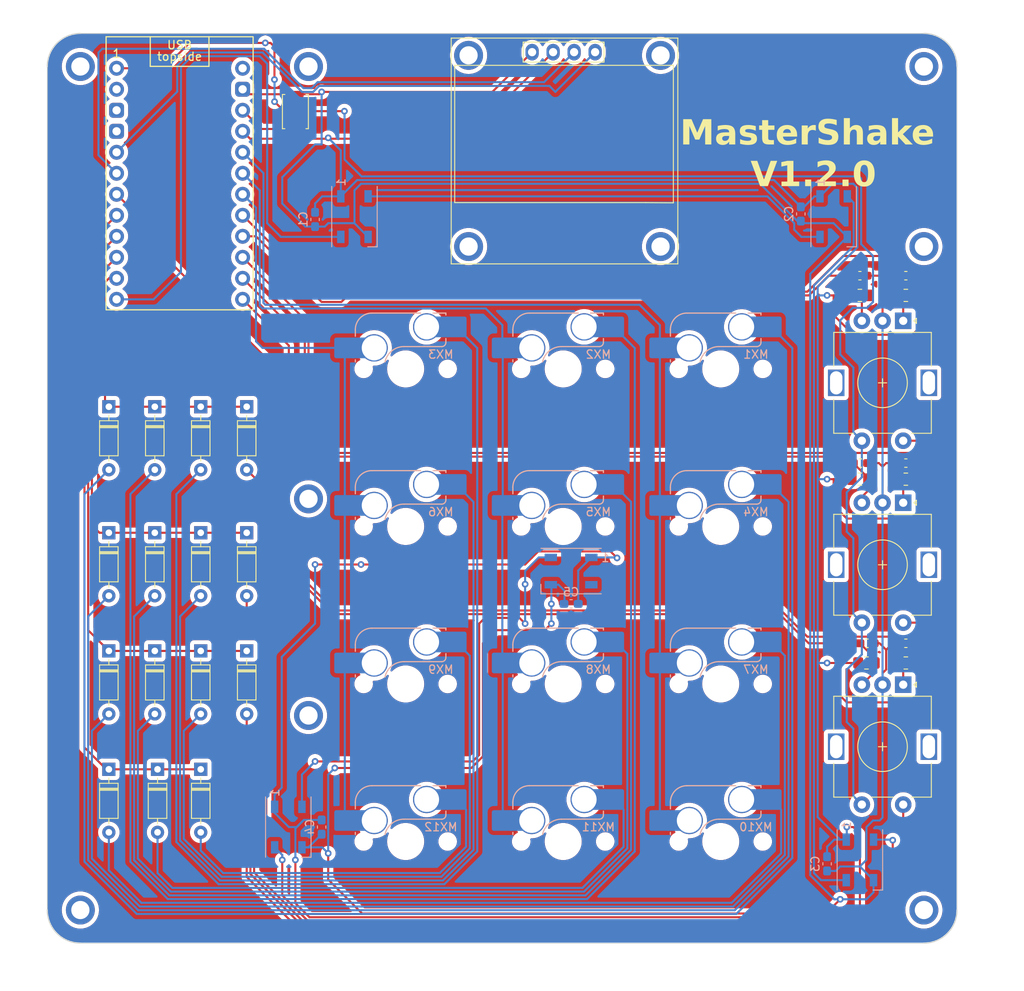
<source format=kicad_pcb>
(kicad_pcb (version 20221018) (generator pcbnew)
  (layers (0 "F.Cu" signal) (31 "B.Cu" signal) (34 "B.Paste" user) (35 "F.Paste" user) (36 "B.SilkS" user "B.Silkscreen") (37 "F.SilkS" user "F.Silkscreen") (38 "B.Mask" user) (39 "F.Mask" user) (44 "Edge.Cuts" user))
  (net 0 "")
  (net 1 "Net-(D1-A)")
  (net 2 "Net-(D2-A)")
  (net 3 "Net-(D3-A)")
  (net 4 "Net-(D4-A)")
  (net 5 "Net-(D5-A)")
  (net 6 "Net-(D6-A)")
  (net 7 "Net-(D7-A)")
  (net 8 "Net-(D8-A)")
  (net 9 "Net-(D9-A)")
  (net 10 "Net-(D10-A)")
  (net 11 "Net-(D11-A)")
  (net 14 "Net-(D16-DOUT)")
  (net 15 "ROW0")
  (net 16 "ROW1")
  (net 17 "ROW2")
  (net 18 "COL0")
  (net 19 "COL1")
  (net 20 "COL2")
  (net 21 "A0")
  (net 22 "B0")
  (net 23 "A1")
  (net 24 "B1")
  (net 25 "B2")
  (net 26 "GND")
  (net 27 "Net-(D12-A)")
  (net 28 "ROW3")
  (net 29 "A2")
  (net 30 "VCC")
  (net 31 "SCL")
  (net 32 "SDA")
  (net 33 "Net-(D13-A)")
  (net 34 "Net-(D14-A)")
  (net 35 "Net-(D15-A)")
  (net 36 "LED")
  (net 37 "Net-(D17-DOUT)")
  (net 38 "Net-(D18-DOUT)")
  (net 39 "Net-(D19-DOUT)")
  (net 40 "RST")
  (net 44 "COL3")
  (footprint "Diode_THT:D_DO-35_SOD27_P7.62mm_Horizontal" (layer "F.Cu") (at 104.44375 95.38 -90)
    (fp_text reference "D4" hide)
    (fp_text value "1N4148")
  )
  (footprint "Rotary_Encoder:RotaryEncoder_Alps_EC11E-Switch_Vertical_H20mm" (layer "F.Cu") (at 200.5 91.75 -90)
    (fp_text reference "SW2" hide)
    (fp_text value "RotaryEncoder_Switch")
  )
  (footprint "Diode_THT:D_DO-35_SOD27_P7.62mm_Horizontal" (layer "F.Cu") (at 115.55625 95.38 -90)
    (fp_text reference "D6" hide)
    (fp_text value "1N4148")
  )
  (footprint "Resistor_SMD:R_0805_2012Metric_Pad1.20x1.40mm_HandSolder" (layer "F.Cu") (at 200.81875 111.125)
    (fp_text reference "R6" hide)
    (fp_text value "R")
  )
  (footprint "Diode_THT:D_DO-35_SOD27_P7.62mm_Horizontal" (layer "F.Cu") (at 121.1125 109.6675 -90)
    (fp_text reference "D13" hide)
    (fp_text value "D")
  )
  (footprint "Resistor_SMD:R_0805_2012Metric_Pad1.20x1.40mm_HandSolder" (layer "F.Cu") (at 195.2625 88.9)
    (fp_text reference "R3" hide)
    (fp_text value "R")
  )
  (footprint "MountingHole:MountingHole_2.2mm_M2_ISO7380_Pad_TopBottom" (layer "F.Cu") (at 128.5875 39)
    (fp_text reference "H5" hide)
    (fp_text value "MountingHole")
  )
  (footprint "Rotary_Encoder:RotaryEncoder_Alps_EC11E-Switch_Vertical_H20mm" (layer "F.Cu") (at 200.5 113.75 -90)
    (fp_text reference "SW3" hide)
    (fp_text value "RotaryEncoder_Switch")
  )
  (footprint "Diode_THT:D_DO-35_SOD27_P7.62mm_Horizontal" (layer "F.Cu") (at 110.33125 123.98375 -90)
    (fp_text reference "D11" hide)
    (fp_text value "1N4148")
  )
  (footprint "Diode_THT:D_DO-35_SOD27_P7.62mm_Horizontal" (layer "F.Cu") (at 115.55625 123.98375 -90)
    (fp_text reference "D12" hide)
    (fp_text value "1N4148")
  )
  (footprint "Diode_THT:D_DO-35_SOD27_P7.62mm_Horizontal" (layer "F.Cu") (at 115.55625 109.6675 -90)
    (fp_text reference "D9" hide)
    (fp_text value "1N4148")
  )
  (footprint "Capacitor_SMD:C_0603_1608Metric_Pad1.08x0.95mm_HandSolder" (layer "F.Cu") (at 200.81875 86.95423)
    (fp_text reference "C8" hide)
    (fp_text value "C")
  )
  (footprint "Diode_THT:D_DO-35_SOD27_P7.62mm_Horizontal" (layer "F.Cu") (at 121.1125 95.38 -90)
    (fp_text reference "D14" hide)
    (fp_text value "D")
  )
  (footprint "MountingHole:MountingHole_2.2mm_M2_ISO7380_Pad_TopBottom" (layer "F.Cu") (at 128.5875 117.475)
    (fp_text reference "H7" hide)
    (fp_text value "MountingHole")
  )
  (footprint "Capacitor_SMD:C_0603_1608Metric_Pad1.08x0.95mm_HandSolder" (layer "F.Cu") (at 200.81875 64.29375 180)
    (fp_text reference "C6" hide)
    (fp_text value "C")
  )
  (footprint "Resistor_SMD:R_0805_2012Metric_Pad1.20x1.40mm_HandSolder" (layer "F.Cu") (at 195.2625 66.675)
    (fp_text reference "R1" hide)
    (fp_text value "R" hide)
  )
  (footprint "Rotary_Encoder:RotaryEncoder_Alps_EC11E-Switch_Vertical_H20mm" (layer "F.Cu") (at 200.5 69.75 -90)
    (fp_text reference "SW1" hide)
    (fp_text value "RotaryEncoder_Switch")
  )
  (footprint "MountingHole:MountingHole_2.2mm_M2_ISO7380_Pad_TopBottom" (layer "F.Cu") (at 101 39)
    (fp_text reference "H3" hide)
    (fp_text value "MountingHole")
  )
  (footprint "MountingHole:MountingHole_2.2mm_M2_ISO7380_Pad_TopBottom" (layer "F.Cu") (at 171.153689 60.772695)
    (fp_text reference "H11" hide)
    (fp_text value "MountingHole")
  )
  (footprint "Diode_THT:D_DO-35_SOD27_P7.62mm_Horizontal" (layer "F.Cu") (at 121.1125 80.14 -90)
    (fp_text reference "D15" hide)
    (fp_text value "D")
  )
  (footprint "PCM_marbastlib-xp-promicroish:ProMicro_USBup" (layer "F.Cu") (at 113 53.18125)
    (fp_text reference "U1" hide)
    (fp_text value "ProMicro")
  )
  (footprint "MountingHole:MountingHole_2.2mm_M2_ISO7380_Pad_TopBottom" (layer "F.Cu") (at 203 60.772695)
    (fp_text reference "H8" hide)
    (fp_text value "MountingHole")
  )
  (footprint "Diode_THT:D_DO-35_SOD27_P7.62mm_Horizontal" (layer "F.Cu") (at 104.44375 80.14 -90)
    (fp_text reference "D1" hide)
    (fp_text value "1N4148")
  )
  (footprint "MountingHole:MountingHole_2.2mm_M2_ISO7380_Pad_TopBottom" (layer "F.Cu") (at 203 39)
    (fp_text reference "H1" hide)
    (fp_text value "MountingHole")
  )
  (footprint "MountingHole:MountingHole_2.2mm_M2_ISO7380_Pad_TopBottom" (layer "F.Cu") (at 147.947592 60.77248)
    (fp_text reference "H12" hide)
    (fp_text value "MountingHole")
  )
  (footprint "Button_Switch_SMD:SW_Push_SPST_NO_Alps_SKRK" (layer "F.Cu") (at 127 44.45 90)
    (fp_text reference "SW4" hide)
    (fp_text value "SW_Push")
  )
  (footprint "Capacitor_SMD:C_0603_1608Metric_Pad1.08x0.95mm_HandSolder" (layer "F.Cu") (at 200.81875 108.74375 180)
    (fp_text reference "C10" hide)
    (fp_text value "C")
  )
  (footprint "Diode_THT:D_DO-35_SOD27_P7.62mm_Horizontal" (layer "F.Cu") (at 110 80.14 -90)
    (fp_text reference "D2" hide)
    (fp_text value "1N4148")
  )
  (footprint "MountingHole:MountingHole_2.2mm_M2_ISO7380_Pad_TopBottom" (layer "F.Cu") (at 171.158857 37.656395)
    (fp_text reference "H10" hide)
    (fp_text value "MountingHole")
  )
  (footprint "Diode_THT:D_DO-35_SOD27_P7.62mm_Horizontal" (layer "F.Cu") (at 110 95.38 -90)
    (fp_text reference "D5" hide)
    (fp_text value "1N4148")
  )
  (footprint "Diode_THT:D_DO-35_SOD27_P7.62mm_Horizontal" (layer "F.Cu") (at 115.55625 80.14 -90)
    (fp_text reference "D3" hide)
    (fp_text value "1N4148")
  )
  (footprint "Diode_THT:D_DO-35_SOD27_P7.62mm_Horizontal" (layer "F.Cu") (at 104.44375 109.6675 -90)
    (fp_text reference "D7" hide)
    (fp_text value "1N4148")
  )
  (footprint "MountingHole:MountingHole_2.2mm_M2_ISO7380_Pad_TopBottom" (layer "F.Cu") (at 101 141)
    (fp_text reference "H4" hide)
    (fp_text value "MountingHole")
  )
  (footprint "Diode_THT:D_DO-35_SOD27_P7.62mm_Horizontal" (layer "F.Cu") (at 104.44375 123.98375 -90)
    (fp_text reference "D10" hide)
    (fp_text value "1N4148")
  )
  (footprint "MountingHole:MountingHole_2.2mm_M2_ISO7380_Pad_TopBottom" (layer "F.Cu") (at 147.943149 37.649935)
    (fp_text reference "H9" hide)
    (fp_text value "MountingHole")
  )
  (footprint "Capacitor_SMD:C_0603_1608Metric_Pad1.08x0.95mm_HandSolder" (layer "F.Cu") (at 195.327358 86.95423)
    (fp_text reference "C9" hide)
    (fp_text value "C")
  )
  (footprint "Diode_THT:D_DO-35_SOD27_P7.62mm_Horizontal" (layer "F.Cu") (at 110 109.6675 -90)
    (fp_text reference "D8" hide)
    (fp_text value "1N4148")
  )
  (footprint "Capacitor_SMD:C_0603_1608Metric_Pad1.08x0.95mm_HandSolder" (layer "F.Cu") (at 195.2625 64.29375)
    (fp_text reference "C7" hide)
    (fp_text value "C")
  )
  (footprint "Resistor_SMD:R_0805_2012Metric_Pad1.20x1.40mm_HandSolder" (layer "F.Cu") (at 200.81875 88.9 180)
    (fp_text reference "R4" hide)
    (fp_text value "R")
  )
  (footprint "SSD1306:128x64OLED" (layer "F.Cu") (at 159.24375 47.8625)
    (fp_text reference "Brd1" hide)
    (fp_text value "SSD1306")
  )
  (footprint "Resistor_SMD:R_0805_2012Metric_Pad1.20x1.40mm_HandSolder" (layer "F.Cu") (at 200.81875 66.675)
    (fp_text reference "R2" hide)
    (fp_text value "R" hide)
  )
  (footprint "Resistor_SMD:R_0805_2012Metric_Pad1.20x1.40mm_HandSolder" (layer "F.Cu") (at 196.05625 111.125)
    (fp_text reference "R5" hide)
    (fp_text value "R")
  )
  (footprint "Capacitor_SMD:C_0603_1608Metric_Pad1.08x0.95mm_HandSolder" (layer "F.Cu") (at 196.125 108.74375)
    (fp_text reference "C11" hide)
    (fp_text value "C")
  )
  (footprint "MountingHole:MountingHole_2.2mm_M2_ISO7380_Pad_TopBottom" (layer "F.Cu") (at 128.5875 91.28125)
    (fp_text reference "H6" hide)
    (fp_text value "MountingHole")
  )
  (footprint "MountingHole:MountingHole_2.2mm_M2_ISO7380_Pad_TopBottom" (layer "F.Cu") (at 203 141)
    (fp_text reference "H2" hide)
    (fp_text value "MountingHole")
  )
  (footprint "PCM_marbastlib-mx:SW_MX_HS_1u" (layer "B.Cu") (at 140.335 132.715 180)
    (fp_text reference "MX12")
    (fp_text value "MX_SW_HS" hide)
  )
  (footprint "Capacitor_SMD:C_0603_1608Metric_Pad1.08x0.95mm_HandSolder" (layer "B.Cu") (at 188.11875 56.83 -90)
    (fp_text reference "C2")
    (fp_text value "C")
  )
  (footprint "LED_SMD:LED_WS2812B_PLCC4_5.0x5.0mm_P3.2mm" (layer "B.Cu") (at 160.3375 100.0125 180)
    (fp_text reference "D20" hide)
    (fp_text value "WS2812B")
  )
  (footprint "PCM_marbastlib-mx:SW_MX_HS_1u" (layer "B.Cu") (at 159.385 94.615 180)
    (fp_text reference "MX5")
    (fp_text value "MX_SW_HS" hide)
  )
  (footprint "PCM_marbastlib-mx:SW_MX_HS_1u" (layer "B.Cu") (at 140.335 94.615 180)
    (fp_text reference "MX6")
    (fp_text value "MX_SW_HS" hide)
  )
  (footprint "Capacitor_SMD:C_0603_1608Metric_Pad1.08x0.95mm_HandSolder" (layer "B.Cu") (at 160.3375 103.98125 180)
    (fp_text reference "C5")
    (fp_text value "C")
  )
  (footprint "PCM_marbastlib-mx:SW_MX_HS_1u" (layer "B.Cu") (at 140.335 113.665 180)
    (fp_text reference "MX9")
    (fp_text value "MX_SW_HS" hide)
  )
  (footprint "PCM_marbastlib-mx:SW_MX_HS_1u" (layer "B.Cu") (at 178.435 75.565 180)
    (fp_text reference "MX1")
    (fp_text value "MX_SW_HS" hide)
  )
  (footprint "PCM_marbastlib-mx:SW_MX_HS_1u" (layer "B.Cu") (at 159.385 75.565 180)
    (fp_text reference "MX2")
    (fp_text value "MX_SW_HS" hide)
  )
  (footprint "LED_SMD:LED_WS2812B_PLCC4_5.0x5.0mm_P3.2mm" (layer "B.Cu") (at 195.2625 134.9375 -90)
    (fp_text reference "D18" hide)
    (fp_text value "WS2812B")
  )
  (footprint "PCM_marbastlib-mx:SW_MX_HS_1u" (layer "B.Cu") (at 159.385 113.665 180)
    (fp_text reference "MX8")
    (fp_text value "MX_SW_HS" hide)
  )
  (footprint "PCM_marbastlib-mx:SW_MX_HS_1u" (layer "B.Cu") (at 178.435 132.715 180)
    (fp_text reference "MX10")
    (fp_text value "MX_SW_HS" hide)
  )
  (footprint "PCM_marbastlib-mx:SW_MX_HS_1u" (layer "B.Cu") (at 159.385 132.715 180)
    (fp_text reference "MX11")
    (fp_text value "MX_SW_HS" hide)
  )
  (footprint "LED_SMD:LED_WS2812B_PLCC4_5.0x5.0mm_P3.2mm" (layer "B.Cu") (at 134.14375 57.15 -90)
    (fp_text reference "D16" hide)
    (fp_text value "WS2812B")
  )
  (footprint "PCM_marbastlib-mx:SW_MX_HS_1u" (layer "B.Cu") (at 178.435 94.615 180)
    (fp_text reference "MX4")
    (fp_text value "MX_SW_HS" hide)
  )
  (footprint "Capacitor_SMD:C_0603_1608Metric_Pad1.08x0.95mm_HandSolder" (layer "B.Cu") (at 129.38125 57.495 -90)
    (fp_text reference "C1")
    (fp_text value "C")
  )
  (footprint "PCM_marbastlib-mx:SW_MX_HS_1u" (layer "B.Cu") (at 178.435 113.665 180)
    (fp_text reference "MX7")
    (fp_text value "MX_SW_HS" hide)
  )
  (footprint "LED_SMD:LED_WS2812B_PLCC4_5.0x5.0mm_P3.2mm" (layer "B.Cu") (at 126.14375 130.96875 -90)
    (fp_text reference "D19" hide)
    (fp_text value "WS2812B" hide)
  )
  (footprint "LED_SMD:LED_WS2812B_PLCC4_5.0x5.0mm_P3.2mm" (layer "B.Cu") (at 192.0875 57.15 -90)
    (fp_text reference "D17" hide)
    (fp_text value "WS2812B")
  )
  (footprint "Capacitor_SMD:C_0603_1608Metric_Pad1.08x0.95mm_HandSolder" (layer "B.Cu") (at 191.29375 135.41125 -90)
    (fp_text reference "C3")
    (fp_text value "C")
  )
  (footprint "Capacitor_SMD:C_0603_1608Metric_Pad1.08x0.95mm_HandSolder" (layer "B.Cu") (at 130.175 130.96875 -90)
    (fp_text reference "C4")
    (fp_text value "C")
  )
  (footprint "PCM_marbastlib-mx:SW_MX_HS_1u" (layer "B.Cu") (at 140.335 75.565 180)
    (fp_text reference "MX3")
    (fp_text value "MX_SW_HS" hide)
  )
  (gr_line (start 203 35) (end 101 35) (stroke (width 0.1)) (layer "Edge.Cuts"))
  (gr_arc (start 203 35) (mid 205.828427 36.171573) (end 207 39) (stroke (width 0.15)) (layer "Edge.Cuts"))
  (gr_line (start 101 145) (end 203 145) (stroke (width 0.1)) (layer "Edge.Cuts"))
  (gr_line (start 207 141) (end 207 39) (stroke (width 0.1)) (layer "Edge.Cuts"))
  (gr_arc (start 207 141) (mid 205.828427 143.828427) (end 203 145) (stroke (width 0.15)) (layer "Edge.Cuts"))
  (gr_arc (start 101 145) (mid 98.171573 143.828427) (end 97 141) (stroke (width 0.15)) (layer "Edge.Cuts"))
  (gr_line (start 97 39) (end 97 141) (stroke (width 0.1)) (layer "Edge.Cuts"))
  (gr_arc (start 97 39) (mid 98.171573 36.171573) (end 101 35) (stroke (width 0.15)) (layer "Edge.Cuts"))
  (gr_text "MasterShake\n V1.2.0" (at 188.9125 53.975) (layer "F.SilkS") (effects (font (size 3 3) (thickness 0.2) bold) (justify bottom)))
  (segment (start 187.0875 134.702938) (end 180.315438 141.475) (width 0.25) (layer "B.Cu") (net 1))
  (segment (start 180.315438 141.475) (end 107.815812 141.475) (width 0.25) (layer "B.Cu") (net 1))
  (segment (start 101.49375 90.71) (end 104.44375 87.76) (width 0.25) (layer "B.Cu") (net 1))
  (segment (start 187.0875 73.0475) (end 187.0875 134.702938) (width 0.25) (layer "B.Cu") (net 1))
  (segment (start 101.49375 135.152938) (end 101.49375 90.71) (width 0.25) (layer "B.Cu") (net 1))
  (segment (start 184.525 70.485) (end 187.0875 73.0475) (width 0.25) (layer "B.Cu") (net 1))
  (segment (start 107.815812 141.475) (end 101.49375 135.152938) (width 0.25) (layer "B.Cu") (net 1))
  (segment (start 107.05 90.71) (end 110 87.76) (width 0.25) (layer "B.Cu") (net 2))
  (segment (start 111.572062 139.675) (end 107.05 135.152938) (width 0.25) (layer "B.Cu") (net 2))
  (segment (start 107.05 135.152938) (end 107.05 90.71) (width 0.25) (layer "B.Cu") (net 2))
  (segment (start 162.271688 139.675) (end 111.572062 139.675) (width 0.25) (layer "B.Cu") (net 2))
  (segment (start 168.0375 73.0475) (end 168.0375 133.909188) (width 0.25) (layer "B.Cu") (net 2))
  (segment (start 165.475 70.485) (end 168.0375 73.0475) (width 0.25) (layer "B.Cu") (net 2))
  (segment (start 168.0375 133.909188) (end 162.271688 139.675) (width 0.25) (layer "B.Cu") (net 2))
  (segment (start 146.425 70.485) (end 148.9875 73.0475) (width 0.25) (layer "B.Cu") (net 3))
  (segment (start 148.9875 73.0475) (end 148.9875 133.909188) (width 0.25) (layer "B.Cu") (net 3))
  (segment (start 117.709562 137.875) (end 112.60625 132.771688) (width 0.25) (layer "B.Cu") (net 3))
  (segment (start 148.9875 133.909188) (end 145.021688 137.875) (width 0.25) (layer "B.Cu") (net 3))
  (segment (start 112.60625 132.771688) (end 112.60625 90.71) (width 0.25) (layer "B.Cu") (net 3))
  (segment (start 145.021688 137.875) (end 117.709562 137.875) (width 0.25) (layer "B.Cu") (net 3))
  (segment (start 112.60625 90.71) (end 115.55625 87.76) (width 0.25) (layer "B.Cu") (net 3))
  (segment (start 101.94375 105.5) (end 104.44375 103) (width 0.25) (layer "B.Cu") (net 4))
  (segment (start 184.525 89.535) (end 186.6375 91.6475) (width 0.25) (layer "B.Cu") (net 4))
  (segment (start 108.002208 141.025) (end 101.94375 134.966542) (width 0.25) (layer "B.Cu") (net 4))
  (segment (start 101.94375 134.966542) (end 101.94375 105.5) (width 0.25) (layer "B.Cu") (net 4))
  (segment (start 186.6375 134.516542) (end 180.129042 141.025) (width 0.25) (layer "B.Cu") (net 4))
  (segment (start 186.6375 91.6475) (end 186.6375 134.516542) (width 0.25) (layer "B.Cu") (net 4))
  (segment (start 180.129042 141.025) (end 108.002208 141.025) (width 0.25) (layer "B.Cu") (net 4))
  (segment (start 167.5875 133.722792) (end 162.085292 139.225) (width 0.25) (layer "B.Cu") (net 5))
  (segment (start 162.085292 139.225) (end 111.758458 139.225) (width 0.25) (layer "B.Cu") (net 5))
  (segment (start 165.475 89.535) (end 167.5875 91.6475) (width 0.25) (layer "B.Cu") (net 5))
  (segment (start 107.5 105.5) (end 110 103) (width 0.25) (layer "B.Cu") (net 5))
  (segment (start 111.758458 139.225) (end 107.5 134.966542) (width 0.25) (layer "B.Cu") (net 5))
  (segment (start 167.5875 91.6475) (end 167.5875 133.722792) (width 0.25) (layer "B.Cu") (net 5))
  (segment (start 107.5 134.966542) (end 107.5 105.5) (width 0.25) (layer "B.Cu") (net 5))
  (segment (start 144.835292 137.425) (end 117.895958 137.425) (width 0.25) (layer "B.Cu") (net 6))
  (segment (start 117.895958 137.425) (end 113.05625 132.585292) (width 0.25) (layer "B.Cu") (net 6))
  (segment (start 148.5375 91.6475) (end 148.5375 133.722792) (width 0.25) (layer "B.Cu") (net 6))
  (segment (start 146.425 89.535) (end 148.5375 91.6475) (width 0.25) (layer "B.Cu") (net 6))
  (segment (start 113.05625 105.5) (end 115.55625 103) (width 0.25) (layer "B.Cu") (net 6))
  (segment (start 113.05625 132.585292) (end 113.05625 105.5) (width 0.25) (layer "B.Cu") (net 6))
  (segment (start 148.5375 133.722792) (end 144.835292 137.425) (width 0.25) (layer "B.Cu") (net 6))
  (segment (start 186.1875 134.330146) (end 179.942646 140.575) (width 0.25) (layer "B.Cu") (net 7))
  (segment (start 102.39375 134.780146) (end 102.39375 119.3375) (width 0.25) (layer "B.Cu") (net 7))
  (segment (start 179.942646 140.575) (end 108.188604 140.575) (width 0.25) (layer "B.Cu") (net 7))
  (segment (start 102.39375 119.3375) (end 104.44375 117.2875) (width 0.25) (layer "B.Cu") (net 7))
  (segment (start 186.1875 110.2475) (end 186.1875 134.330146) (width 0.25) (layer "B.Cu") (net 7))
  (segment (start 108.188604 140.575) (end 102.39375 134.780146) (width 0.25) (layer "B.Cu") (net 7))
  (segment (start 184.525 108.585) (end 186.1875 110.2475) (width 0.25) (layer "B.Cu") (net 7))
  (segment (start 107.95 134.780146) (end 107.95 119.3375) (width 0.25) (layer "B.Cu") (net 8))
  (segment (start 161.898896 138.775) (end 111.944854 138.775) (width 0.25) (layer "B.Cu") (net 8))
  (segment (start 111.944854 138.775) (end 107.95 134.780146) (width 0.25) (layer "B.Cu") (net 8))
  (segment (start 167.1375 133.536396) (end 161.898896 138.775) (width 0.25) (layer "B.Cu") (net 8))
  (segment (start 167.1375 110.025673) (end 167.1375 133.536396) (width 0.25) (layer "B.Cu") (net 8))
  (segment (start 165.475 108.585) (end 165.696827 108.585) (width 0.25) (layer "B.Cu") (net 8))
  (segment (start 107.95 119.3375) (end 110 117.2875) (width 0.25) (layer "B.Cu") (net 8))
  (segment (start 165.696827 108.585) (end 167.1375 110.025673) (width 0.25) (layer "B.Cu") (net 8))
  (segment (start 148.0875 110.2475) (end 148.0875 133.536396) (width 0.25) (layer "B.Cu") (net 9))
  (segment (start 118.082354 136.975) (end 113.50625 132.398896) (width 0.25) (layer "B.Cu") (net 9))
  (segment (start 113.50625 132.398896) (end 113.50625 119.3375) (width 0.25) (layer "B.Cu") (net 9))
  (segment (start 148.0875 133.536396) (end 144.648896 136.975) (width 0.25) (layer "B.Cu") (net 9))
  (segment (start 146.425 108.585) (end 148.0875 110.2475) (width 0.25) (layer "B.Cu") (net 9))
  (segment (start 144.648896 136.975) (end 118.082354 136.975) (width 0.25) (layer "B.Cu") (net 9))
  (segment (start 113.50625 119.3375) (end 115.55625 117.2875) (width 0.25) (layer "B.Cu") (net 9))
  (segment (start 185.7375 134.14375) (end 179.75625 140.125) (width 0.25) (layer "B.Cu") (net 10))
  (segment (start 185.7375 128.8475) (end 185.7375 134.14375) (width 0.25) (layer "B.Cu") (net 10))
  (segment (start 108.375 140.125) (end 104.44375 136.19375) (width 0.25) (layer "B.Cu") (net 10))
  (segment (start 184.525 127.635) (end 185.7375 128.8475) (width 0.25) (layer "B.Cu") (net 10))
  (segment (start 104.44375 136.19375) (end 104.44375 131.60375) (width 0.25) (layer "B.Cu") (net 10))
  (segment (start 179.75625 140.125) (end 108.375 140.125) (width 0.25) (layer "B.Cu") (net 10))
  (segment (start 166.6875 128.8475) (end 166.6875 133.35) (width 0.25) (layer "B.Cu") (net 11))
  (segment (start 165.475 127.635) (end 166.6875 128.8475) (width 0.25) (layer "B.Cu") (net 11))
  (segment (start 166.6875 133.35) (end 161.7125 138.325) (width 0.25) (layer "B.Cu") (net 11))
  (segment (start 112.13125 138.325) (end 110.33125 136.525) (width 0.25) (layer "B.Cu") (net 11))
  (segment (start 161.7125 138.325) (end 112.13125 138.325) (width 0.25) (layer "B.Cu") (net 11))
  (segment (start 110.33125 136.525) (end 110.33125 131.60375) (width 0.25) (layer "B.Cu") (net 11))
  (segment (start 184.08125 54.7) (end 187.31875 57.9375) (width 0.25) (layer "B.Cu") (net 14))
  (segment (start 187.31875 58.73125) (end 188.1875 59.6) (width 0.25) (layer "B.Cu") (net 14))
  (segment (start 187.31875 57.9375) (end 187.31875 58.73125) (width 0.25) (layer "B.Cu") (net 14))
  (segment (start 135.79375 54.7) (end 184.08125 54.7) (width 0.25) (layer "B.Cu") (net 14))
  (segment (start 188.1875 59.6) (end 190.4375 59.6) (width 0.25) (layer "B.Cu") (net 14))
  (segment (start 105.38 64.61125) (end 104.4575 64.61125) (width 0.25) (layer "F.Cu") (net 15))
  (segment (start 104.4575 64.61125) (end 103.98125 65.0875) (width 0.25) (layer "F.Cu") (net 15))
  (segment (start 103.98125 79.6775) (end 103.98125 65.0875) (width 0.25) (layer "F.Cu") (net 15))
  (segment (start 121.1125 80.14) (end 115.55625 80.14) (width 0.25) (layer "F.Cu") (net 15))
  (segment (start 104.44375 80.14) (end 103.98125 79.6775) (width 0.25) (layer "F.Cu") (net 15))
  (segment (start 110 80.14) (end 104.44375 80.14) (width 0.25) (layer "F.Cu") (net 15))
  (segment (start 115.55625 80.14) (end 110 80.14) (width 0.25) (layer "F.Cu") (net 15))
  (segment (start 105.38 62.07125) (end 103.53125 63.92) (width 0.25) (layer "F.Cu") (net 16))
  (segment (start 121.1125 95.38) (end 115.55625 95.38) (width 0.25) (layer "F.Cu") (net 16))
  (segment (start 103.53125 78.2375) (end 103.53125 64.29375) (width 0.25) (layer "F.Cu") (net 16))
  (segment (start 110 95.38) (end 104.44375 95.38) (width 0.25) (layer "F.Cu") (net 16))
  (segment (start 115.55625 95.38) (end 110 95.38) (width 0.25) (layer "F.Cu") (net 16))
  (segment (start 102.39375 94.45625) (end 102.39375 79.375) (width 0.25) (layer "F.Cu") (net 16))
  (segment (start 104.44375 95.38) (end 103.3175 95.38) (width 0.25) (layer "F.Cu") (net 16))
  (segment (start 103.3175 95.38) (end 102.39375 94.45625) (width 0.25) (layer "F.Cu") (net 16))
  (segment (start 103.53125 63.92) (end 103.53125 64.29375) (width 0.25) (layer "F.Cu") (net 16))
  (segment (start 102.39375 79.375) (end 103.53125 78.2375) (width 0.25) (layer "F.Cu") (net 16))
  (segment (start 105.38 59.53125) (end 103.08125 61.83) (width 0.25) (layer "F.Cu") (net 17))
  (segment (start 110 109.6675) (end 104.44375 109.6675) (width 0.25) (layer "F.Cu") (net 17))
  (segment (start 103.08125 61.83) (end 103.08125 62.70625) (width 0.25) (layer "F.Cu") (net 17))
  (segment (start 104.44375 109.6675) (end 101.94375 107.1675) (width 0.25) (layer "F.Cu") (net 17))
  (segment (start 115.55625 109.6675) (end 110 109.6675) (width 0.25) (layer "F.Cu") (net 17))
  (segment (start 121.1125 109.6675) (end 115.55625 109.6675) (width 0.25) (layer "F.Cu") (net 17))
  (segment (start 101.94375 107.1675) (end 101.94375 78.925) (width 0.25) (layer "F.Cu") (net 17))
  (segment (start 103.08125 77.7875) (end 103.08125 62.70625) (width 0.25) (layer "F.Cu") (net 17))
  (segment (start 101.94375 78.925) (end 103.08125 77.7875) (width 0.25) (layer "F.Cu") (net 17))
  (segment (start 123.1375 67.575) (end 123.1375 51.88875) (width 0.25) (layer "B.Cu") (net 18))
  (segment (start 171.075 73.025) (end 171.075 92.075) (width 0.25) (layer "B.Cu") (net 18))
  (segment (start 171.075 73.025) (end 171.075 70.26875) (width 0.25) (layer "B.Cu") (net 18))
  (segment (start 123.375 67.8125) (end 123.1375 67.575) (width 0.25) (layer "B.Cu") (net 18))
  (segment (start 168.61875 67.8125) (end 123.375 67.8125) (width 0.25) (layer "B.Cu") (net 18))
  (segment (start 171.075 92.075) (end 171.075 111.125) (width 0.25) (layer "B.Cu") (net 18))
  (segment (start 171.075 70.26875) (end 168.61875 67.8125) (width 0.25) (layer "B.Cu") (net 18))
  (segment (start 123.1375 51.88875) (end 120.62 49.37125) (width 0.25) (layer "B.Cu") (net 18))
  (segment (start 171.075 111.125) (end 171.075 130.175) (width 0.25) (layer "B.Cu") (net 18))
  (segment (start 152.025 92.075) (end 152.025 111.125) (width 0.25) (layer "B.Cu") (net 19))
  (segment (start 122.6875 67.91875) (end 122.6875 53.97875) (width 0.25) (layer "B.Cu") (net 19))
  (segment (start 152.025 111.125) (end 152.075 111.175) (width 0.25) (layer "B.Cu") (net 19))
  (segment (start 152.075 92.025) (end 152.025 92.075) (width 0.25) (layer "B.Cu") (net 19))
  (segment (start 152.075 111.175) (end 152.075 130.125) (width 0.25) (layer "B.Cu") (net 19))
  (segment (start 152.075 73.075) (end 152.075 92.025) (width 0.25) (layer "B.Cu") (net 19))
  (segment (start 152.025 73.025) (end 152.075 73.075) (width 0.25) (layer "B.Cu") (net 19))
  (segment (start 150.01875 68.2625) (end 123.03125 68.2625) (width 0.25) (layer "B.Cu") (net 19))
  (segment (start 123.03125 68.2625) (end 122.6875 67.91875) (width 0.25) (layer "B.Cu") (net 19))
  (segment (start 152.075 130.125) (end 152.025 130.175) (width 0.25) (layer "B.Cu") (net 19))
  (segment (start 152.025 73.025) (end 152.025 70.26875) (width 0.25) (layer "B.Cu") (net 19))
  (segment (start 152.025 70.26875) (end 150.01875 68.2625) (width 0.25) (layer "B.Cu") (net 19))
  (segment (start 122.6875 53.97875) (end 120.62 51.91125) (width 0.25) (layer "B.Cu") (net 19))
  (segment (start 132.975 73.025) (end 132.975 92.075) (width 0.25) (layer "B.Cu") (net 20))
  (segment (start 132.975 73.025) (end 123.03125 73.025) (width 0.25) (layer "B.Cu") (net 20))
  (segment (start 123.03125 73.025) (end 122.2375 72.23125) (width 0.25) (layer "B.Cu") (net 20))
  (segment (start 132.975 111.125) (end 132.975 130.175) (width 0.25) (layer "B.Cu") (net 20))
  (segment (start 132.975 92.075) (end 132.975 111.125) (width 0.25) (layer "B.Cu") (net 20))
  (segment (start 122.2375 72.23125) (end 122.2375 56.06875) (width 0.25) (layer "B.Cu") (net 20))
  (segment (start 122.2375 56.06875) (end 120.62 54.45125) (width 0.25) (layer "B.Cu") (net 20))
  (segment (start 132.369854 67.01875) (end 130.6475 67.01875) (width 0.25) (layer "F.Cu") (net 21))
  (segment (start 199.81875 66.675) (end 199.81875 66.15625) (width 0.25) (layer "F.Cu") (net 21))
  (segment (start 199.81875 66.15625) (end 201.68125 64.29375) (width 0.25) (layer "F.Cu") (net 21))
  (segment (start 199.3 61.9125) (end 193.225 61.9125) (width 0.25) (layer "F.Cu") (net 21))
  (segment (start 201.68125 64.29375) (end 199.3 61.9125) (width 0.25) (layer "F.Cu") (net 21))
  (segment (start 200.5 69.75) (end 200.5 67.35625) (width 0.25) (layer "F.Cu") (net 21))
  (segment (start 193.225 61.9125) (end 188.9125 66.225) (width 0.25) (layer "F.Cu") (net 21))
  (segment (start 133.163604 66.225) (end 132.369854 67.01875) (width 0.25) (layer "F.Cu") (net 21))
  (segment (start 130.6475 67.01875) (end 120.62 56.99125) (width 0.25) (layer "F.Cu") (net 21))
  (segment (start 188.9125 66.225) (end 133.163604 66.225) (width 0.25) (layer "F.Cu") (net 21))
  (segment (start 200.5 67.35625) (end 199.81875 66.675) (width 0.25) (layer "F.Cu") (net 21))
  (segment (start 196.2625 66.675) (end 196.05625 66.675) (width 0.25) (layer "F.Cu") (net 22))
  (segment (start 194.2625 64.43125) (end 194.4 64.29375) (width 0.25) (layer "F.Cu") (net 22))
  (segment (start 195.5 69.75) (end 195.5 67.4375) (width 0.25) (layer "F.Cu") (net 22))
  (segment (start 196.05625 66.675) (end 194.4 65.01875) (width 0.25) (layer "F.Cu") (net 22))
  (segment (start 188.9125 66.675) (end 133.35 66.675) (width 0.25) (layer "F.Cu") (net 22))
  (segment (start 189.098896 66.675) (end 188.9125 66.675) (width 0.25) (layer "F.Cu") (net 22))
  (segment (start 195.5 67.4375) (end 196.2625 66.675) (width 0.25) (layer "F.Cu") (net 22))
  (segment (start 122.2375 59.53125) (end 120.62 59.53125) (width 0.25) (layer "F.Cu") (net 22))
  (segment (start 195.5 69.75) (end 195.1625 69.75) (width 0.25) (layer "F.Cu") (net 22))
  (segment (start 133.35 66.675) (end 132.55625 67.46875) (width 0.25) (layer "F.Cu") (net 22))
  (segment (start 191.480146 64.29375) (end 190.990073 64.783823) (width 0.25) (layer "F.Cu") (net 22))
  (segment (start 194.4 65.01875) (end 194.4 64.29375) (width 0.25) (layer "F.Cu") (net 22))
  (segment (start 130.175 67.46875) (end 122.2375 59.53125) (width 0.25) (layer "F.Cu") (net 22))
  (segment (start 190.990073 64.783823) (end 189.098896 66.675) (width 0.25) (layer "F.Cu") (net 22))
  (segment (start 132.55625 67.46875) (end 130.175 67.46875) (width 0.25) (layer "F.Cu") (net 22))
  (segment (start 194.4 64.29375) (end 191.480146 64.29375) (width 0.25) (layer "F.Cu") (net 22))
  (segment (start 201.68125 87.0375) (end 201.68125 86.95423) (width 0.25) (layer "F.Cu") (net 23))
  (segment (start 199.81875 88.9) (end 200.5 89.58125) (width 0.25) (layer "F.Cu") (net 23))
  (segment (start 201.68125 85.79375) (end 201.6125 85.725) (width 0.25) (layer "F.Cu") (net 23))
  (segment (start 130.96875 85.725) (end 128.5875 83.34375) (width 0.25) (layer "F.Cu") (net 23))
  (segment (start 199.81875 88.9) (end 201.68125 87.0375) (width 0.25) (layer "F.Cu") (net 23))
  (segment (start 201.6125 85.725) (end 130.96875 85.725) (width 0.25) (layer "F.Cu") (net 23))
  (segment (start 200.5 89.58125) (end 200.5 91.75) (width 0.25) (layer "F.Cu") (net 23))
  (segment (start 128.5875 70.03875) (end 120.62 62.07125) (width 0.25) (layer "F.Cu") (net 23))
  (segment (start 128.5875 83.34375) (end 128.5875 70.03875) (width 0.25) (layer "F.Cu") (net 23))
  (segment (start 201.68125 86.95423) (end 201.68125 85.79375) (width 0.25) (layer "F.Cu") (net 23))
  (segment (start 193.685628 86.175) (end 130.782354 86.175) (width 0.25) (layer "F.Cu") (net 24))
  (segment (start 128.1375 83.530146) (end 128.1375 72.12875) (width 0.25) (layer "F.Cu") (net 24))
  (segment (start 196.2625 88.751872) (end 194.464858 86.95423) (width 0.25) (layer "F.Cu") (net 24))
  (segment (start 194.2625 87.156588) (end 194.464858 86.95423) (width 0.25) (layer "F.Cu") (net 24))
  (segment (start 194.464858 86.95423) (end 193.685628 86.175) (width 0.25) (layer "F.Cu") (net 24))
  (segment (start 195.5 91.04375) (end 196.2625 90.28125) (width 0.25) (layer "F.Cu") (net 24))
  (segment (start 128.1375 72.12875) (end 120.62 64.61125) (width 0.25) (layer "F.Cu") (net 24))
  (segment (start 196.2625 90.28125) (end 196.2625 88.9) (width 0.25) (layer "F.Cu") (net 24))
  (segment (start 196.2625 88.9) (end 196.2625 88.751872) (width 0.25) (layer "F.Cu") (net 24))
  (segment (start 195.5 91.75) (end 195.5 91.04375) (width 0.25) (layer "F.Cu") (net 24))
  (segment (start 130.782354 86.175) (end 128.1375 83.530146) (width 0.25) (layer "F.Cu") (net 24))
  (segment (start 195.2625 108.74375) (end 194.91875 108.4) (width 0.25) (layer "F.Cu") (net 25))
  (segment (start 195.05625 108.95) (end 195.2625 108.74375) (width 0.25) (layer "F.Cu") (net 25))
  (segment (start 197.05625 112.19375) (end 195.5 113.75) (width 0.25) (layer "F.Cu") (net 25))
  (segment (start 197.05625 110.5375) (end 195.2625 108.74375) (width 0.25) (layer "F.Cu") (net 25))
  (segment (start 195.2625 108.74375) (end 189.069854 108.74375) (width 0.25) (layer "F.Cu") (net 25))
  (segment (start 109.5375 58.60875) (end 105.38 54.45125) (width 0.25) (layer "F.Cu") (net 25))
  (segment (start 197.05625 111.125) (end 197.05625 112.19375) (width 0.25) (layer "F.Cu") (net 25))
  (segment (start 125.4125 76.2) (end 109.5375 60.325) (width 0.25) (layer "F.Cu") (net 25))
  (segment (start 185.551104 105.225) (end 131.576104 105.225) (width 0.25) (layer "F.Cu") (net 25))
  (segment (start 189.069854 108.74375) (end 185.551104 105.225) (width 0.25) (layer "F.Cu") (net 25))
  (segment (start 197.05625 111.125) (end 197.05625 110.5375) (width 0.25) (layer "F.Cu") (net 25))
  (segment (start 125.4125 99.061396) (end 125.4125 76.2) (width 0.25) (layer "F.Cu") (net 25))
  (segment (start 131.576104 105.225) (end 125.4125 99.061396) (width 0.25) (layer "F.Cu") (net 25))
  (segment (start 109.5375 60.325) (end 109.5375 58.60875) (width 0.25) (layer "F.Cu") (net 25))
  (segment (start 197.64375 108.74375) (end 196.9875 108.74375) (width 0.25) (layer "F.Cu") (net 26))
  (segment (start 198.4375 86.95423) (end 199.95625 86.95423) (width 0.25) (layer "F.Cu") (net 26))
  (segment (start 196.189858 86.95423) (end 197.5625 86.95423) (width 0.25) (layer "F.Cu") (net 26))
  (segment (start 129.89375 42.35) (end 127 42.35) (width 0.25) (layer "F.Cu") (net 26))
  (segment (start 151.2625 107.15625) (end 157.1625 107.15625) (width 0.25) (layer "F.Cu") (net 26))
  (segment (start 135.06875 141.41875) (end 130.96875 137.31875) (width 0.25) (layer "F.Cu") (net 26))
  (segment (start 130.175 42.06875) (end 150.8175 42.06875) (width 0.25) (layer "F.Cu") (net 26))
  (segment (start 148.273896 123.825) (end 149.675 122.423896) (width 0.25) (layer "F.Cu") (net 26))
  (segment (start 149.675 108.74375) (end 151.2625 107.15625) (width 0.25) (layer "F.Cu") (net 26))
  (segment (start 198 64.65) (end 197.64375 64.29375) (width 0.25) (layer "F.Cu") (net 26))
  (segment (start 192.88125 139.7) (end 191.1625 141.41875) (width 0.25) (layer "F.Cu") (net 26))
  (segment (start 198 112.35625) (end 198.4375 111.91875) (width 0.25) (layer "F.Cu") (net 26))
  (segment (start 198 113.75) (end 198 112.35625) (width 0.25) (layer "F.Cu") (net 26))
  (segment (start 198 87.39173) (end 198 91.75) (width 0.25) (layer "F.Cu") (net 26))
  (segment (start 198.4375 113.3125) (end 198 113.75) (width 0.25) (layer "F.Cu") (net 26))
  (segment (start 127.28125 42.06875) (end 127 42.35) (width 0.25) (layer "F.Cu") (net 26))
  (segment (start 149.675 122.423896) (end 149.675 108.74375) (width 0.25) (layer "F.Cu") (net 26))
  (segment (start 199.23125 108.74375) (end 198.4375 109.5375) (width 0.25) (layer "F.Cu") (net 26))
  (segment (start 150.8175 42.06875) (end 155.62375 37.2625) (width 0.25) (layer "F.Cu") (net 26))
  (segment (start 199.95625 108.74375) (end 199.23125 108.74375) (width 0.25) (layer "F.Cu") (net 26))
  (segment (start 157.1625 107.15625) (end 157.95625 106.3625) (width 0.25) (layer "F.Cu") (net 26))
  (segment (start 198 69.75) (end 198 64.65) (width 0.25) (layer "F.Cu") (net 26))
  (segment (start 199.81875 64.43125) (end 199.95625 64.29375) (width 0.25) (layer "F.Cu") (net 26))
  (segment (start 198.4375 86.95423) (end 198 87.39173) (width 0.25) (layer "F.Cu") (net 26))
  (segment (start 130.175 42.06875) (end 129.89375 42.35) (width 0.25) (layer "F.Cu") (net 26))
  (segment (start 127 42.35) (end 121.21875 42.35) (width 0.25) (layer "F.Cu") (net 26))
  (segment (start 130.96875 137.31875) (end 130.96875 134.14375) (width 0.25) (layer "F.Cu") (net 26))
  (segment (start 131.7625 123.825) (end 148.273896 123.825) (width 0.25) (layer "F.Cu") (net 26))
  (segment (start 197.5625 86.95423) (end 198 87.39173) (width 0.25) (layer "F.Cu") (net 26))
  (segment (start 198.4375 109.5375) (end 197.64375 108.74375) (width 0.25) (layer "F.Cu") (net 26))
  (segment (start 191.1625 141.41875) (end 135.06875 141.41875) (width 0.25) (layer "F.Cu") (net 26))
  (segment (start 198.4375 111.91875) (end 198.4375 109.5375) (width 0.25) (layer "F.Cu") (net 26))
  (segment (start 121.21875 42.35) (end 120.62 41.75125) (width 0.25) (layer "F.Cu") (net 26))
  (segment (start 196.125 64.29375) (end 197.64375 64.29375) (width 0.25) (layer "F.Cu") (net 26))
  (segment (start 197.64375 64.29375) (end 199.95625 64.29375) (width 0.25) (layer "F.Cu") (net 26))
  (via (at 157.95625 106.3625) (size 0.8) (drill 0.4) (layers "F.Cu" "B.Cu") (net 26))
  (via (at 192.88125 139.7) (size 0.8) (drill 0.4) (layers "F.Cu" "B.Cu") (net 26))
  (via (at 130.96875 134.14375) (size 0.8) (drill 0.4) (layers "F.Cu" "B.Cu") (net 26))
  (via (at 157.95625 103.98125) (size 0.8) (drill 0.4) (layers "F.Cu" "B.Cu") (net 26))
  (via (at 130.175 42.06875) (size 0.8) (drill 0.4) (layers "F.Cu" "B.Cu") (net 26))
  (via (at 131.7625 123.825) (size 0.8) (drill 0.4) (layers "F.Cu" "B.Cu") (net 26))
  (segment (start 192.88125 135.73125) (end 195.25625 135.73125) (width 0.25) (layer "B.Cu") (net 26))
  (segment (start 134.9375 53.18125) (end 183.198896 53.18125) (width 0.25) (layer "B.Cu") (net 26))
  (segment (start 193.038604 139.7) (end 193.038604 139.7) (width 0.25) (layer "B.Cu") (net 26))
  (segment (start 191.29375 136.27375) (end 192.33875 136.27375) (width 0.25) (layer "B.Cu") (net 26))
  (segment (start 130.96875 57.94375) (end 134.1375 57.94375) (width 0.25) (layer "B.Cu") (net 26))
  (segment (start 125.4125 52.3875) (end 125.4125 55.5625) (width 0.25) (layer "B.Cu") (net 26))
  (segment (start 157.95625 101.73125) (end 157.8875 101.6625) (width 0.25) (layer "B.Cu") (net 26))
  (segment (start 159.54375 102.39375) (end 158.8125 101.6625) (width 0.25) (layer "B.Cu") (net 26))
  (segment (start 196.05625 139.7) (end 196.9125 138.84375) (width 0.25) (layer "B.Cu") (net 26))
  (segment (start 187.961396 57.94375) (end 188.11875 57.94375) (width 0.25) (layer "B.Cu") (net 26))
  (segment (start 130.96875 134.14375) (end 130.24375 133.41875) (width 0.25) (layer "B.Cu") (net 26))
  (segment (start 157.95625 103.98125) (end 157.95625 101.73125) (width 0.25) (layer "B.Cu") (net 26))
  (segment (start 130.96875 124.61875) (end 131.7625 123.825) (width 0.25) (layer "B.Cu") (net 26))
  (segment (start 135.79375 59.6) (end 134.14375 57.95) (width 0.25) (layer "B.Cu") (net 26))
  (segment (start 159.475 103.98125) (end 159.54375 103.9125) (width 0.25) (layer "B.Cu") (net 26))
  (segment (start 195.25625 135.73125) (end 196.9125 137.3875) (width 0.25) (layer "B.Cu") (net 26))
  (segment (start 129.38125 48.41875) (end 125.4125 52.3875) (width 0.25) (layer "B.Cu") (net 26))
  (segment (start 189.25625 64.08125) (end 189.25625 136.790073) (width 0.25) (layer "B.Cu") (net 26))
  (segment (start 158.8125 101.6625) (end 157.8875 101.6625) (width 0.25) (layer "B.Cu") (net 26))
  (segment (start 192.88125 139.7) (end 193.038604 139.7) (width 0.25) (layer "B.Cu") (net 26))
  (segment (start 193.7375 59.6) (end 189.25625 64.08125) (width 0.25) (layer "B.Cu") (net 26))
  (segment (start 130.555 58.3575) (end 130.96875 57.94375) (width 0.25) (layer "B.Cu") (net 26))
  (segment (start 189.25625 136.790073) (end 192.166177 139.7) (width 0.25) (layer "B.Cu") (net 26))
  (segment (start 127.79375 133.41875) (end 128.5875 133.41875) (width 0.25) (layer "B.Cu") (net 26))
  (segment (start 193.038604 139.7) (end 196.05625 139.7) (width 0.25) (layer "B.Cu") (net 26))
  (segment (start 130.96875 134.14375) (end 130.96875 124.61875) (width 0.25) (layer "B.Cu") (net 26))
  (segment (start 134.14375 57.95) (end 134.14375 53.975) (width 0.25) (layer "B.Cu") (net 26))
  (segment (start 198 113.75) (end 198 129.81875) (width 0.25) (layer "B.Cu") (net 26))
  (segment (start 192.33875 136.27375) (end 192.88125 135.73125) (width 0.25) (layer "B.Cu") (net 26))
  (segment (start 196.05625 130.96875) (end 196.85 130.175) (width 0.25) (layer "B.Cu") (net 26))
  (segment (start 198 91.75) (end 198 113.75) (width 0.25) (layer "B.Cu") (net 26))
  (segment (start 128.5875 133.41875) (end 130.175 131.83125) (width 0.25) (layer "B.Cu") (net 26))
  (segment (start 188.11875 57.94375) (end 192.08125 57.94375) (width 0.25) (layer "B.Cu") (net 26))
  (segment (start 197.64375 130.175) (end 196.85 130.175) (width 0.25) (layer "B.Cu") (net 26))
  (segment (start 192.166177 139.7) (end 192.88125 139.7) (width 0.25) (layer "B.Cu") (net 26))
  (segment (start 129.38125 58.3575) (end 130.555 58.3575) (width 0.25) (layer "B.Cu") (net 26))
  (segment (start 192.08125 57.94375) (end 193.7375 59.6) (width 0.25) (layer "B.Cu") (net 26))
  (segment (start 196.05625 134.93125) (end 196.05625 130.96875) (width 0.25) (layer "B.Cu") (net 26))
  (segment (start 130.24375 133.41875) (end 127.79375 133.41875) (width 0.25) (layer "B.Cu") (net 26))
  (segment (start 157.95625 106.3625) (end 157.95625 103.98125) (width 0.25) (layer "B.Cu") (net 26))
  (segment (start 198 69.75) (end 198 91.75) (width 0.25) (layer "B.Cu") (net 26))
  (segment (start 183.198896 53.18125) (end 187.961396 57.94375) (width 0.25) (layer "B.Cu") (net 26))
  (segment (start 125.4125 55.5625) (end 128.2075 58.3575) (width 0.25) (layer "B.Cu") (net 26))
  (segment (start 134.14375 53.975) (end 134.9375 53.18125) (width 0.25) (layer "B.Cu") (net 26))
  (segment (start 128.2075 58.3575) (end 129.38125 58.3575) (width 0.25) (layer "B.Cu") (net 26))
  (segment (start 196.9125 138.84375) (end 196.9125 137.3875) (width 0.25) (layer "B.Cu") (net 26))
  (segment (start 159.54375 103.9125) (end 159.54375 102.39375) (width 0.25) (layer "B.Cu") (net 26))
  (segment (start 198 129.81875) (end 197.64375 130.175) (width 0.25) (layer "B.Cu") (net 26))
  (segment (start 130.175 42.06875) (end 130.175 48.41875) (width 0.25) (layer "B.Cu") (net 26))
  (segment (start 134.1375 57.94375) (end 134.14375 57.95) (width 0.25) (layer "B.Cu") (net 26))
  (segment (start 130.175 48.41875) (end 129.38125 48.41875) (width 0.25) (layer "B.Cu") (net 26))
  (segment (start 195.25625 135.73125) (end 196.05625 134.93125) (width 0.25) (layer "B.Cu") (net 26))
  (segment (start 144.4625 136.525) (end 118.26875 136.525) (width 0.25) (layer "B.Cu") (net 27))
  (segment (start 118.26875 136.525) (end 115.55625 133.8125) (width 0.25) (layer "B.Cu") (net 27))
  (segment (start 147.6375 133.35) (end 144.4625 136.525) (width 0.25) (layer "B.Cu") (net 27))
  (segment (start 115.55625 133.8125) (end 115.55625 131.60375) (width 0.25) (layer "B.Cu") (net 27))
  (segment (start 146.425 127.635) (end 147.6375 128.8475) (width 0.25) (layer "B.Cu") (net 27))
  (segment (start 147.6375 128.8475) (end 147.6375 133.35) (width 0.25) (layer "B.Cu") (net 27))
  (segment (start 101.49375 78.6875) (end 102.63125 77.55) (width 0.25) (layer "F.Cu") (net 28))
  (segment (start 104.14 123.98375) (end 101.49375 121.3375) (width 0.25) (layer "F.Cu") (net 28))
  (segment (start 102.63125 77.55) (end 102.63125 60.325) (width 0.25) (layer "F.Cu") (net 28))
  (segment (start 102.63125 59.74) (end 102.63125 60.325) (width 0.25) (layer "F.Cu") (net 28))
  (segment (start 115.55625 123.98375) (end 110.33125 123.98375) (width 0.25) (layer "F.Cu") (net 28))
  (segment (start 110.33125 123.98375) (end 104.44375 123.98375) (width 0.25) (layer "F.Cu") (net 28))
  (segment (start 105.38 56.99125) (end 102.63125 59.74) (width 0.25) (layer "F.Cu") (net 28))
  (segment (start 101.49375 121.3375) (end 101.49375 78.6875) (width 0.25) (layer "F.Cu") (net 28))
  (segment (start 104.44375 123.98375) (end 104.14 123.98375) (width 0.25) (layer "F.Cu") (net 28))
  (segment (start 201.60625 107.94375) (end 194.475 107.94375) (width 0.25) (layer "F.Cu") (net 29))
  (segment (start 201.68125 108.01875) (end 201.60625 107.94375) (width 0.25) (layer "F.Cu") (net 29))
  (segment (start 194.7 107.95) (end 194.46875 107.95) (width 0.25) (layer "F.Cu") (net 29))
  (segment (start 199.81875 111.125) (end 199.81875 110.60625) (width 0.25) (layer "F.Cu") (net 29))
  (segment (start 126.20625 99.21875) (end 126.20625 72.7375) (width 0.25) (layer "F.Cu") (net 29))
  (segment (start 201.68125 108.74375) (end 201.68125 108.01875) (width 0.25) (layer "F.Cu") (net 29))
  (segment (start 199.81875 110.60625) (end 201.68125 108.74375) (width 0.25) (layer "F.Cu") (net 29))
  (segment (start 200.5 111.80625) (end 199.81875 111.125) (width 0.25) (layer "F.Cu") (net 29))
  (segment (start 131.7625 104.775) (end 126.20625 99.21875) (width 0.25) (layer "F.Cu") (net 29))
  (segment (start 185.7375 104.775) (end 131.7625 104.775) (width 0.25) (layer "F.Cu") (net 29))
  (segment (start 200.5 113.75) (end 200.5 111.80625) (width 0.25) (layer "F.Cu") (net 29))
  (segment (start 194.475 107.94375) (end 194.46875 107.95) (width 0.25) (layer "F.Cu") (net 29))
  (segment (start 199.81875 111.125) (end 200.025 111.125) (width 0.25) (layer "F.Cu") (net 29))
  (segment (start 194.46875 107.95) (end 188.9125 107.95) (width 0.25) (layer "F.Cu") (net 29))
  (segment (start 126.20625 72.7375) (end 120.62 67.15125) (width 0.25) (layer "F.Cu") (net 29))
  (segment (start 188.9125 107.95) (end 185.7375 104.775) (width 0.25) (layer "F.Cu") (net 29))
  (segment (start 201.81875 88.9) (end 202.40625 89.4875) (width 0.25) (layer "F.Cu") (net 30))
  (segment (start 192.88125 111.125) (end 195.05625 111.125) (width 0.25) (layer "F.Cu") (net 30))
  (segment (start 155.575 98.425) (end 156.36875 97.63125) (width 0.25) (layer "F.Cu") (net 30))
  (segment (start 201.81875 111.125) (end 203.2 112.50625) (width 0.25) (layer "F.Cu") (net 30))
  (segment (start 203.2 112.50625) (end 203.2 114.3) (width 0.25) (layer "F.Cu") (net 30))
  (segment (start 129.38125 99.21875) (end 134.9375 99.21875) (width 0.25) (layer "F.Cu") (net 30))
  (segment (start 156.36875 97.63125) (end 157.1625 97.63125) (width 0.25) (layer "F.Cu") (net 30))
  (segment (start 157.1625 97.63125) (end 165.1 97.63125) (width 0.25) (layer "F.Cu") (net 30))
  (segment (start 193.675 115.8875) (end 192.88125 115.09375) (width 0.25) (layer "F.Cu") (net 30))
  (segment (start 130.8625 47.73125) (end 121.52 47.73125) (width 0.25) (layer "F.Cu") (net 30))
  (segment (start 192.0875 69.05625) (end 192.0875 66.675) (width 0.25) (layer "F.Cu") (net 30))
  (segment (start 192.88125 115.09375) (end 192.88125 111.125) (width 0.25) (layer "F.Cu") (net 30))
  (segment (start 191.29375 66.675) (end 192.0875 66.675) (width 0.25) (layer "F.Cu") (net 30))
  (segment (start 192.88125 111.125) (end 191.29375 111.125) (width 0.25) (layer "F.Cu") (net 30))
  (segment (start 192.0875 88.9) (end 194.2625 88.9) (width 0.25) (layer "F.Cu") (net 30))
  (segment (start 158.16375 37.2625) (end 147.695 47.73125) (width 0.25) (layer "F.Cu") (net 30))
  (segment (start 128.696688 141.86875) (end 194.46875 141.86875) (width 0.25) (layer "F.Cu") (net 30))
  (segment (start 201.6125 89.10625) (end 201.81875 88.9) (width 0.25) (layer "F.Cu") (net 30))
  (segment (start 191.29375 88.9) (end 192.0875 88.9) (width 0.25) (layer "F.Cu") (net 30))
  (segment (start 134.9375 99.21875) (end 154.78125 99.21875) (width 0.25) (layer "F.Cu") (net 30))
  (segment (start 127 134.9375) (end 127 140.172062) (width 0.25) (layer "F.Cu") (net 30))
  (segment (start 203.2 114.3) (end 201.6125 115.8875) (width 0.25) (layer "F.Cu") (net 30))
  (segment (start 201.6125 111.33125) (end 201.81875 111.125) (width 0.25) (layer "F.Cu") (net 30))
  (segment (start 147.695 47.73125) (end 131.075 47.73125) (width 0.25) (layer "F.Cu") (net 30))
  (segment (start 127 140.172062) (end 128.696688 141.86875) (width 0.25) (layer "F.Cu") (net 30))
  (segment (start 202.40625 70.64375) (end 201.6125 71.4375) (width 0.25) (layer "F.Cu") (net 30))
  (segment (start 192.0875 92.075) (end 192.0875 88.9) (width 0.25) (layer "F.Cu") (net 30))
  (segment (start 131.075 47.73125) (end 130.96875 47.625) (width 0.25) (layer "F.Cu") (net 30))
  (segment (start 154.78125 99.21875) (end 155.575 98.425) (width 0.25) (layer "F.Cu") (net 30))
  (segment (start 202.40625 93.6625) (end 193.675 93.6625) (width 0.25) (layer "F.Cu") (net 30))
  (segment (start 201.6125 115.8875) (end 193.675 115.8875) (width 0.25) (layer "F.Cu") (net 30))
  (segment (start 192.0875 66.675) (end 194.2625 66.675) (width 0.25) (layer "F.Cu") (net 30))
  (segment (start 194.46875 141.86875) (end 195.2625 141.075) (width 0.25) (layer "F.Cu") (net 30))
  (segment (start 202.40625 89.4875) (end 202.40625 93.6625) (width 0.25) (layer "F.Cu") (net 30))
  (segment (start 201.6125 71.4375) (end 194.46875 71.4375) (width 0.25) (layer "F.Cu") (net 30))
  (segment (start 202.40625 67.2625) (end 202.40625 70.64375) (width 0.25) (layer "F.Cu") (net 30))
  (segment (start 194.46875 71.4375) (end 192.0875 69.05625) (width 0.25) (layer "F.Cu") (net 30))
  (segment (start 130.96875 47.625) (end 130.8625 47.73125) (width 0.25) (layer "F.Cu") (net 30))
  (segment (start 201.81875 66.675) (end 202.40625 67.2625) (width 0.25) (layer "F.Cu") (net 30))
  (segment (start 165.1 97.63125) (end 165.89375 98.425) (width 0.25) (layer "F.Cu") (net 30))
  (segment (start 195.2625 141.075) (end 195.2625 131.7625) (width 0.25) (layer "F.Cu") (net 30))
  (segment (start 195.2625 131.7625) (end 194.46875 130.96875) (width 0.25) (layer "F.Cu") (net 30))
  (segment (start 121.52 47.73125) (end 120.62 46.83125) (width 0.25) (layer "F.Cu") (net 30))
  (segment (start 193.675 93.6625) (end 192.0875 92.075) (width 0.25) (layer "F.Cu") (net 30))
  (segment (start 194.46875 130.96875) (end 193.675 130.96875) (width 0.25) (layer "F.Cu") (net 30))
  (via (at 130.96875 47.625) (size 0.8) (drill 0.4) (layers "F.Cu" "B.Cu") (net 30))
  (via (at 191.29375 66.675) (size 0.8) (drill 0.4) (layers "F.Cu" "B.Cu") (net 30))
  (via (at 191.29375 88.9) (size 0.8) (drill 0.4) (layers "F.Cu" "B.Cu") (net 30))
  (via (at 191.29375 111.125) (size 0.8) (drill 0.4) (layers "F.Cu" "B.Cu") (net 30))
  (via (at 134.9375 99.21875) (size 0.8) (drill 0.4) (layers "F.Cu" "B.Cu") (net 30))
  (via (at 193.675 130.96875) (size 0.8) (drill 0.4) (layers "F.Cu" "B.Cu") (net 30))
  (via (at 129.38125 99.21875) (size 0.8) (drill 0.4) (layers "F.Cu" "B.Cu") (net 30))
  (via (at 165.89375 98.425) (size 0.8) (drill 0.4) (layers "F.Cu" "B.Cu") (net 30))
  (via (at 127 134.9375) (size 0.8) (drill 0.4) (layers "F.Cu" "B.Cu") (net 30))
  (segment (start 190.15625 66.675) (end 190.15625 65.667646) (width 0.25) (layer "B.Cu") (net 30))
  (segment (start 127 131.12875) (end 127 134.9375) (width 0.25) (layer "B.Cu") (net 30))
  (segment (start 191.29375 133.35) (end 192.15625 132.4875) (width 0.25) (layer "B.Cu") (net 30))
  (segment (start 190.15625 129.7625) (end 190.15625 111.125) (width 0.25) (layer "B.Cu") (net 30))
  (segment (start 134.4625 52.73125) (end 132.49375 54.7) (width 0.25) (layer "B.Cu") (net 30))
  (segment (start 194.46875 53.18125) (end 191.95625 53.18125) (width 0.25) (layer "B.Cu") (net 30))
  (segment (start 193.675 132.425) (end 193.6125 132.4875) (width 0.25) (layer "B.Cu") (net 30))
  (segment (start 192.88125 132.4875) (end 190.15625 129.7625) (width 0.25) (layer "B.Cu") (net 30))
  (segment (start 124.49375 129.25625) (end 126.20625 130.96875) (width 0.25) (layer "B.Cu") (net 30))
  (segment (start 161.2 99.95) (end 161.53125 99.61875) (width 0.25) (layer "B.Cu") (net 30))
  (segment (start 190.15625 111.125) (end 190.15625 88.9) (width 0.25) (layer "B.Cu") (net 30))
  (segment (start 165.83125 98.3625) (end 162.7875 98.3625) (width 0.25) (layer "B.Cu") (net 30))
  (segment (start 127.87375 130.255) (end 127 131.12875) (width 0.25) (layer "B.Cu") (net 30))
  (segment (start 191.29375 66.675) (end 190.15625 66.675) (width 0.25) (layer "B.Cu") (net 30))
  (segment (start 129.38125 99.21875) (end 129.38125 106.3625) (width 0.25) (layer "B.Cu") (net 30))
  (segment (start 161.53125 99.61875) (end 162.7875 98.3625) (width 0.25) (layer "B.Cu") (net 30))
  (segment (start 130.175 130.10625) (end 128.0225 130.10625) (width 0.25) (layer "B.Cu") (net 30))
  (segment (start 194.9625 53.675) (end 194.46875 53.18125) (width 0.25) (layer "B.Cu") (net 30))
  (segment (start 132.49375 49.15) (end 130.96875 47.625) (width 0.25) (layer "B.Cu") (net 30))
  (segment (start 194.9625 60.861396) (end 194.9625 53.675) (width 0.25) (layer "B.Cu") (net 30))
  (segment (start 128.0225 130.10625) (end 127.87375 130.255) (width 0.25) (layer "B.Cu") (net 30))
  (segment (start 161.2 103.98125) (end 161.2 99.95) (width 0.25) (layer "B.Cu") (net 30))
  (segment (start 130.24375 54.7) (end 129.38125 55.5625) (width 0.25) (layer "B.Cu") (net 30))
  (segment (start 129.38125 56.6325) (end 129.38125 55.5625) (width 0.25) (layer "B.Cu") (net 30))
  (segment (start 191.29375 133.35) (end 191.29375 134.54875) (width 0.25) (layer "B.Cu") (net 30))
  (segment (start 190.15625 65.667646) (end 194.9625 60.861396) (width 0.25) (layer "B.Cu") (net 30))
  (segment (start 193.6125 132.7725) (end 193.6125 132.4875) (width 0.25) (layer "B.Cu") (net 30))
  (segment (start 193.675 130.96875) (end 193.675 132.425) (width 0.25) (layer "B.Cu") (net 30))
  (segment (start 188.5075 55.9675) (end 189.775 54.7) (width 0.25) (layer "B.Cu") (net 30))
  (segment (start 124.49375 128.51875) (end 124.49375 129.25625) (width 0.25) (layer "B.Cu") (net 30))
  (segment (start 190.15625 88.9) (end 190.15625 66.675) (width 0.25) (layer "B.Cu") (net 30))
  (segment (start 127.16 130.96875) (end 127.87375 130.255) (width 0.25) (layer "B.Cu") (net 30))
  (segment (start 124.49375 128.51875) (end 124.49375 127.0625) (width 0.25) (layer "B.Cu") (net 30))
  (segment (start 192.15625 132.4875) (end 192.88125 132.4875) (width 0.25) (layer "B.Cu") (net 30))
  (segment (start 165.89375 98.425) (end 165.83125 98.3625) (width 0.25) (layer "B.Cu") (net 30))
  (segment (start 192.88125 132.4875) (end 193.6125 132.4875) (width 0.25) (layer "B.Cu") (net 30))
  (segment (start 124.49375 127.0625) (end 125.35 126.20625) (width 0.25) (layer "B.Cu") (net 30))
  (segment (start 125.35 110.39375) (end 125.35 126.20625) (width 0.25) (layer "B.Cu") (net 30))
  (segment (start 191.95625 53.18125) (end 190.4375 54.7) (width 0.25) (layer "B.Cu") (net 30))
  (segment (start 189.775 54.7) (end 190.4375 54.7) (width 0.25) (layer "B.Cu") (net 30))
  (segment (start 188.11875 55.9675) (end 188.5075 55.9675) (width 0.25) (layer "B.Cu") (net 30))
  (segment (start 184.8825 52.73125) (end 134.4625 52.73125) (width 0.25) (layer "B.Cu") (net 30))
  (segment (start 132.49375 54.7) (end 132.49375 49.15) (width 0.25) (layer "B.Cu") (net 30))
  (segment (start 191.29375 111.125) (end 190.15625 111.125) (width 0.25) (layer "B.Cu") (net 30))
  (segment (start 191.29375 88.9) (end 190.15625 88.9) (width 0.25) (layer "B.Cu") (net 30))
  (segment (start 129.38125 106.3625) (end 125.35 110.39375) (width 0.25) (layer "B.Cu") (net 30))
  (segment (start 188.11875 55.9675) (end 184.8825 52.73125) (width 0.25) (layer "B.Cu") (net 30))
  (segment (start 132.49375 54.7) (end 130.24375 54.7) (width 0.25) (layer "B.Cu") (net 30))
  (segment (start 126.20625 130.96875) (end 127.16 130.96875) (width 0.25) (layer "B.Cu") (net 30))
  (segment (start 103.1875 49.71875) (end 105.38 51.91125) (width 0.25) (layer "B.Cu") (net 31))
  (segment (start 160.70375 37.2625) (end 157.0725 40.89375) (width 0.25) (layer "B.Cu") (net 31))
  (segment (start 157.0725 40.89375) (end 129.688299 40.89375) (width 0.25) (layer "B.Cu") (net 31))
  (segment (start 127.980146 41.61875) (end 123.217646 36.85625) (width 0.25) (layer "B.Cu") (net 31))
  (segment (start 103.1875 37.30625) (end 103.1875 49.71875) (width 0.25) (layer "B.Cu") (net 31))
  (segment (start 129.688299 40.89375) (end 128.963299 41.61875) (width 0.25) (layer "B.Cu") (net 31))
  (segment (start 128.963299 41.61875) (end 127.980146 41.61875) (width 0.25) (layer "B.Cu") (net 31))
  (segment (start 115.09375 36.85625) (end 114.113604 36.85625) (width 0.25) (layer "B.Cu") (net 31))
  (segment (start 115.09375 36.85625) (end 103.6375 36.85625) (width 0.25) (layer "B.Cu") (net 31))
  (segment (start 123.217646 36.85625) (end 115.09375 36.85625) (width 0.25) (layer "B.Cu") (net 31))
  (segment (start 103.6375 36.85625) (end 103.1875 37.30625) (width 0.25) (layer "B.Cu") (net 31))
  (segment (start 158.4375 42.06875) (end 157.7125 41.34375) (width 0.25) (layer "B.Cu") (net 32))
  (segment (start 163.24375 37.2625) (end 158.4375 42.06875) (width 0.25) (layer "B.Cu") (net 32))
  (segment (start 157.7125 41.34375) (end 129.874695 41.34375) (width 0.25) (layer "B.Cu") (net 32))
  (segment (start 112.7125 38.89375) (end 112.7125 42.03875) (width 0.25) (layer "B.Cu") (net 32))
  (segment (start 129.149695 42.06875) (end 127.79375 42.06875) (width 0.25) (layer "B.Cu") (net 32))
  (segment (start 114.3 37.30625) (end 112.7125 38.89375) (width 0.25) (layer "B.Cu") (net 32))
  (segment (start 112.7125 42.03875) (end 105.38 49.37125) (width 0.25) (layer "B.Cu") (net 32))
  (segment (start 127.79375 42.06875) (end 123.03125 37.30625) (width 0.25) (layer "B.Cu") (net 32))
  (segment (start 123.03125 37.30625) (end 114.3 37.30625) (width 0.25) (layer "B.Cu") (net 32))
  (segment (start 129.874695 41.34375) (end 129.149695 42.06875) (width 0.25) (layer "B.Cu") (net 32))
  (segment (start 206.375 133.35) (end 196.05625 143.66875) (width 0.25) (layer "F.Cu") (net 33))
  (segment (start 202.51875 84.25) (end 206.375 88.10625) (width 0.25) (layer "F.Cu") (net 33))
  (segment (start 127.79375 143.66875) (end 121.1125 136.9875) (width 0.25) (layer "F.Cu") (net 33))
  (segment (start 200.5 84.25) (end 202.51875 84.25) (width 0.25) (layer "F.Cu") (net 33))
  (segment (start 121.1125 136.9875) (end 121.1125 117.2875) (width 0.25) (layer "F.Cu") (net 33))
  (segment (start 196.05625 143.66875) (end 127.79375 143.66875) (width 0.25) (layer "F.Cu") (net 33))
  (segment (start 206.375 88.10625) (end 206.375 133.35) (width 0.25) (layer "F.Cu") (net 33))
  (segment (start 205.925 107.95) (end 204.225 106.25) (width 0.25) (layer "F.Cu") (net 34))
  (segment (start 195.869854 143.21875) (end 205.925 133.163604) (width 0.25) (layer "F.Cu") (net 34))
  (segment (start 204.225 106.25) (end 200.5 106.25) (width 0.25) (layer "F.Cu") (net 34))
  (segment (start 123.03125 130.29375) (end 121.5625 131.7625) (width 0.25) (layer "F.Cu") (net 34))
  (segment (start 121.1125 103) (end 121.1125 104.44375) (width 0.25) (layer "F.Cu") (net 34))
  (segment (start 121.5625 131.7625) (end 121.5625 136.64375) (width 0.25) (layer "F.Cu") (net 34))
  (segment (start 121.5625 136.64375) (end 128.1375 143.21875) (width 0.25) (layer "F.Cu") (net 34))
  (segment (start 121.1125 104.44375) (end 123.03125 106.3625) (width 0.25) (layer "F.Cu") (net 34))
  (segment (start 128.1375 143.21875) (end 195.869854 143.21875) (width 0.25) (layer "F.Cu") (net 34))
  (segment (start 205.925 133.163604) (end 205.925 107.95) (width 0.25) (layer "F.Cu") (net 34))
  (segment (start 123.03125 106.3625) (end 123.03125 130.29375) (width 0.25) (layer "F.Cu") (net 34))
  (segment (start 128.323896 142.76875) (end 122.0125 136.457354) (width 0.25) (layer "F.Cu") (net 35))
  (segment (start 200.5 137.952208) (end 195.683458 142.76875) (width 0.25) (layer "F.Cu") (net 35))
  (segment (start 123.48125 90.12875) (end 121.1125 87.76) (width 0.25) (layer "F.Cu") (net 35))
  (segment (start 122.0125 136.457354) (end 122.0125 131.948896) (width 0.25) (layer "F.Cu") (net 35))
  (segment (start 122.0125 131.948896) (end 123.48125 130.480146) (width 0.25) (layer "F.Cu") (net 35))
  (segment (start 195.683458 142.76875) (end 128.323896 142.76875) (width 0.25) (layer "F.Cu") (net 35))
  (segment (start 200.5 128.25) (end 200.5 137.952208) (width 0.25) (layer "F.Cu") (net 35))
  (segment (start 123.48125 130.480146) (end 123.48125 90.12875) (width 0.25) (layer "F.Cu") (net 35))
  (segment (start 123.5875 38.65625) (end 123.5875 57.94375) (width 0.25) (layer "B.Cu") (net 36))
  (segment (start 105.38 67.15125) (end 109.855 67.15125) (width 0.25) (layer "B.Cu") (net 36))
  (segment (start 122.6875 37.75625) (end 123.5875 38.65625) (width 0.25) (layer "B.Cu") (net 36))
  (segment (start 113.1625 63.84375) (end 113.1625 39.080146) (width 0.25) (layer "B.Cu") (net 36))
  (segment (start 113.1625 39.080146) (end 114.486396 37.75625) (width 0.25) (layer "B.Cu") (net 36))
  (segment (start 114.486396 37.75625) (end 122.6875 37.75625) (width 0.25) (layer "B.Cu") (net 36))
  (segment (start 125.24375 59.6) (end 132.49375 59.6) (width 0.25) (layer "B.Cu") (net 36))
  (segment (start 123.5875 57.94375) (end 125.24375 59.6) (width 0.25) (layer "B.Cu") (net 36))
  (segment (start 109.855 67.15125) (end 113.1625 63.84375) (width 0.25) (layer "B.Cu") (net 36))
  (segment (start 193.7375 54.7) (end 194.5125 55.475) (width 0.25) (layer "B.Cu") (net 37))
  (segment (start 189.70625 65.48125) (end 189.70625 136.525) (width 0.25) (layer "B.Cu") (net 37))
  (segment (start 189.70625 136.525) (end 190.56875 137.3875) (width 0.25) (layer "B.Cu") (net 37))
  (segment (start 194.5125 55.475) (end 194.5125 60.675) (width 0.25) (layer "B.Cu") (net 37))
  (segment (start 190.56875 137.3875) (end 193.6125 137.3875) (width 0.25) (layer "B.Cu") (net 37))
  (segment (start 194.5125 60.675) (end 189.70625 65.48125) (width 0.25) (layer "B.Cu") (net 37))
  (segment (start 199.23125 138.584562) (end 195.497062 142.31875) (width 0.25) (layer "F.Cu") (net 38))
  (segment (start 199.23125 132.55625) (end 199.23125 138.584562) (width 0.25) (layer "F.Cu") (net 38))
  (segment (start 195.497062 142.31875) (end 128.510292 142.31875) (width 0.25) (layer "F.Cu") (net 38))
  (segment (start 125.4125 139.220958) (end 125.4125 134.9375) (width 0.25) (layer "F.Cu") (net 38))
  (segment (start 128.510292 142.31875) (end 125.4125 139.220958) (width 0.25) (layer "F.Cu") (net 38))
  (via (at 125.4125 134.9375) (size 0.8) (drill 0.4) (layers "F.Cu" "B.Cu") (net 38))
  (via (at 199.23125 132.55625) (size 0.8) (drill 0.4) (layers "F.Cu" "B.Cu") (net 38))
  (segment (start 196.9125 132.4875) (end 199.1625 132.4875) (width 0.25) (layer "B.Cu") (net 38))
  (segment (start 125.4125 134.3375) (end 124.49375 133.41875) (width 0.25) (layer "B.Cu") (net 38))
  (segment (start 125.4125 134.9375) (end 125.4125 134.3375) (width 0.25) (layer "B.Cu") (net 38))
  (segment (start 199.1625 132.4875) (end 199.23125 132.55625) (width 0.25) (layer "B.Cu") (net 38))
  (segment (start 149.9125 105.675) (end 154.09375 105.675) (width 0.25) (layer "F.Cu") (net 39))
  (segment (start 154.09375 105.675) (end 154.78125 106.3625) (width 0.25) (layer "F.Cu") (net 39))
  (segment (start 148.43125 123.03125) (end 149.225 122.2375) (width 0.25) (layer "F.Cu") (net 39))
  (segment (start 149.225 122.2375) (end 149.225 106.3625) (width 0.25) (layer "F.Cu") (net 39))
  (segment (start 129.38125 123.03125) (end 148.43125 123.03125) (width 0.25) (layer "F.Cu") (net 39))
  (segment (start 149.225 106.3625) (end 149.9125 105.675) (width 0.25) (layer "F.Cu") (net 39))
  (via (at 154.78125 101.6) (size 0.8) (drill 0.4) (layers "F.Cu" "B.Cu") (net 39))
  (via (at 129.38125 123.03125) (size 0.8) (drill 0.4) (layers "F.Cu" "B.Cu") (net 39))
  (via (at 154.78125 106.3625) (size 0.8) (drill 0.4) (layers "F.Cu" "B.Cu") (net 39))
  (segment (start 127.79375 124.61875) (end 129.38125 123.03125) (width 0.25) (layer "B.Cu") (net 39))
  (segment (start 154.78125 106.3625) (end 154.78125 101.6) (width 0.25) (layer "B.Cu") (net 39))
  (segment (start 154.78125 101.6) (end 154.78125 100.0125) (width 0.25) (layer "B.Cu") (net 39))
  (segment (start 156.43125 98.3625) (end 157.8875 98.3625) (width 0.25) (layer "B.Cu") (net 39))
  (segment (start 154.78125 100.0125) (end 156.43125 98.3625) (width 0.25) (layer "B.Cu") (net 39))
  (segment (start 127.79375 128.51875) (end 127.79375 124.61875) (width 0.25) (layer "B.Cu") (net 39))
  (segment (start 129.38125 123.03125) (end 128.65 123.7625) (width 0.25) (layer "B.Cu") (net 39))
  (segment (start 122.87875 46.55) (end 120.62 44.29125) (width 0.25) (layer "F.Cu") (net 40))
  (segment (start 127 46.55) (end 122.87875 46.55) (width 0.25) (layer "F.Cu") (net 40))
  (segment (start 125.63 44.4) (end 124.48 43.25) (width 0.25) (layer "F.Cu") (net 44))
  (segment (start 124.47 40.58) (end 124.47 36.62) (width 0.25) (layer "F.Cu") (net 44))
  (segment (start 111.12875 39.21125) (end 105.38 39.21125) (width 0.25) (layer "F.Cu") (net 44))
  (segment (start 123.996434 36.146434) (end 123.362774 36.146434) (width 0.25) (layer "F.Cu") (net 44))
  (segment (start 114.193566 36.146434) (end 111.12875 39.21125) (width 0.25) (layer "F.Cu") (net 44))
  (segment (start 132.93 44.4) (end 125.63 44.4) (width 0.25) (layer "F.Cu") (net 44))
  (segment (start 124.47 36.62) (end 123.996434 36.146434) (width 0.25) (layer "F.Cu") (net 44))
  (segment (start 123.362774 36.146434) (end 114.193566 36.146434) (width 0.25) (layer "F.Cu") (net 44))
  (via (at 124.48 43.25) (size 0.8) (drill 0.4) (layers "F.Cu" "B.Cu") (net 44))
  (via (at 132.93 44.4) (size 0.8) (drill 0.4) (layers "F.Cu" "B.Cu") (net 44))
  (via (at 124.47 40.58) (size 0.8) (drill 0.4) (layers "F.Cu" "B.Cu") (net 44))
  (via (at 123.362774 36.146434) (size 0.8) (drill 0.4) (layers "F.Cu" "B.Cu") (net 44))
  (segment (start 195.5 110.09375) (end 193.675 111.91875) (width 0.25) (layer "B.Cu") (net 44))
  (segment (start 194.46875 119.0625) (end 194.46875 127.21875) (width 0.25) (layer "B.Cu") (net 44))
  (segment (start 195.4125 52.5325) (end 195.11 52.23) (width 0.25) (layer "B.Cu") (net 44))
  (segment (start 193.675 95.25) (end 194.46875 96.04375) (width 0.25) (layer "B.Cu") (net 44))
  (segment (start 195.5 84.25) (end 194.46875 83.21875) (width 0.25) (layer "B.Cu") (net 44))
  (segment (start 192.88125 73.81875) (end 192.88125 69.69375) (width 0.25) (layer "B.Cu") (net 44))
  (segment (start 194.46875 105.21875) (end 195.5 106.25) (width 0.25) (layer "B.Cu") (net 44))
  (segment (start 195.5 106.25) (end 195.5 110.09375) (width 0.25) (layer "B.Cu") (net 44))
  (segment (start 124.48 40.59) (end 124.47 40.58) (width 0.25) (layer "B.Cu") (net 44))
  (segment (start 193.675 118.26875) (end 194.46875 119.0625) (width 0.25) (layer "B.Cu") (net 44))
  (segment (start 195.5 84.25) (end 195.5 88.6625) (width 0.25) (layer "B.Cu") (net 44))
  (segment (start 132.94375 50.24375) (end 132.94375 44.41375) (width 0.25) (layer "B.Cu") (net 44))
  (segment (start 133.99 51.28) (end 133.98 51.28) (width 0.25) (layer "B.Cu") (net 44))
  (segment (start 196.85 61.9125) (end 195.4125 60.475) (width 0.25) (layer "B.Cu") (net 44))
  (segment (start 124.48 43.25) (end 124.48 40.59) (width 0.25) (layer "B.Cu") (net 44))
  (segment (start 132.94375 44.41375) (end 132.93 44.4) (width 0.25) (layer "B.Cu") (net 44))
  (segment (start 192.88125 69.69375) (end 194.390625 68.184375) (width 0.25) (layer "B.Cu") (net 44))
  (segment (start 193.675 90.4875) (end 193.675 95.25) (width 0.25) (layer "B.Cu") (net 44))
  (segment (start 194.46875 96.04375) (end 194.46875 105.21875) (width 0.25) (layer "B.Cu") (net 44))
  (segment (start 195.4125 60.475) (end 195.4125 52.5325) (width 0.25) (layer "B.Cu") (net 44))
  (segment (start 195.11 52.23) (end 195.05875 52.28125) (width 0.25) (layer "B.Cu") (net 44))
  (segment (start 195.5 88.6625) (end 193.675 90.4875) (width 0.25) (layer "B.Cu") (net 44))
  (segment (start 194.46875 127.21875) (end 195.5 128.25) (width 0.25) (layer "B.Cu") (net 44))
  (segment (start 133.98 51.28) (end 132.94375 50.24375) (width 0.25) (layer "B.Cu") (net 44))
  (segment (start 195.05875 52.28125) (end 134.99125 52.28125) (width 0.25) (layer "B.Cu") (net 44))
  (segment (start 194.46875 75.40625) (end 192.88125 73.81875) (width 0.25) (layer "B.Cu") (net 44))
  (segment (start 196.134375 68.184375) (end 196.85 67.46875) (width 0.25) (layer "B.Cu") (net 44))
  (segment (start 193.675 111.91875) (end 193.675 118.26875) (width 0.25) (layer "B.Cu") (net 44))
  (segment (start 194.46875 83.21875) (end 194.46875 75.40625) (width 0.25) (layer "B.Cu") (net 44))
  (segment (start 194.390625 68.184375) (end 196.134375 68.184375) (width 0.25) (layer "B.Cu") (net 44))
  (segment (start 196.85 67.46875) (end 196.85 61.9125) (width 0.25) (layer "B.Cu") (net 44))
  (segment (start 134.99125 52.28125) (end 133.99 51.28) (width 0.25) (layer "B.Cu") (net 44))
  (zone (net 0) (net_name "") (layers "F&B.Cu") (connect_pads (clearance 0.5)) (min_thickness 0.25) (fill yes (thermal_gap 0.5) (thermal_bridge_width 0.5) (island_removal_mode 1) (island_area_min 10))
    (polygon (pts (xy 93.6625 30.95625) (xy 214.3125 30.95625) (xy 215.10625 150.8125) (xy 91.28125 150.01875)))
  )
)
</source>
